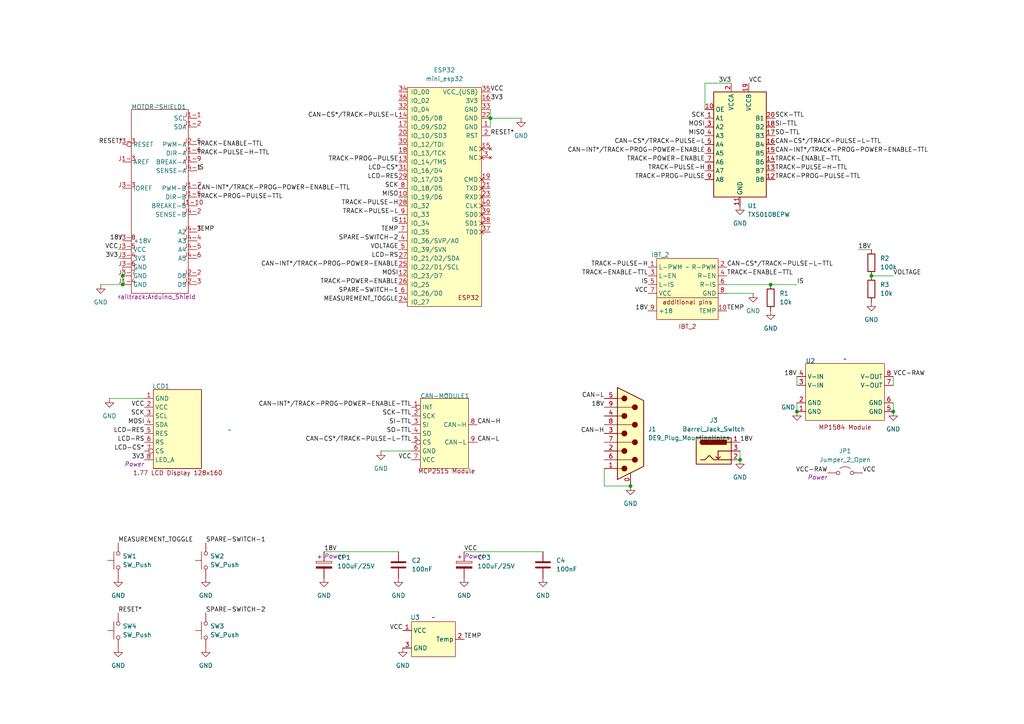
<source format=kicad_sch>
(kicad_sch (version 20231120) (generator "eeschema") (generator_version "8.0")
  (paper "A4")
  (title_block (title "TrackController") (date "2024-05-07") (rev "B") (comment 1 "Complete Schematics") (comment 2 "Design by Gerard Harkema"))
  (lib_symbols
    (symbol "Connector:Barrel_Jack_Switch" (pin_names hide)
      (property "Reference" "J" (at 0 5.334 0))
      (property "Value" "Barrel_Jack_Switch" (at 0 -5.08 0))
      (symbol "Barrel_Jack_Switch_0_1"
        (rectangle (start -5.08 3.81) (end 5.08 -3.81) (stroke (width 0.254)) (fill (type background)))
        (arc (start -3.302 3.175) (mid -3.9343 2.54) (end -3.302 1.905) (stroke (width 0.254)))
        (arc (start -3.302 3.175) (mid -3.9343 2.54) (end -3.302 1.905) (stroke (width 0.254)) (fill (type outline)))
        (polyline (pts (xy 1.27 -2.286) (xy 1.905 -1.651)) (stroke (width 0.254)))
        (polyline (pts (xy 5.08 2.54) (xy 3.81 2.54)) (stroke (width 0.254)))
        (polyline (pts (xy 5.08 0) (xy 1.27 0) (xy 1.27 -2.286) (xy 0.635 -1.651)) (stroke (width 0.254)))
        (polyline (pts (xy -3.81 -2.54) (xy -2.54 -2.54) (xy -1.27 -1.27) (xy 0 -2.54) (xy 2.54 -2.54) (xy 5.08 -2.54)) (stroke (width 0.254)))
        (rectangle (start 3.683 3.175) (end -3.302 1.905) (stroke (width 0.254)) (fill (type outline)))
      )
      (symbol "Barrel_Jack_Switch_1_1"
        (pin passive line (at 7.62 2.54 180) (length 2.54) (name "~") (number "1"))
        (pin passive line (at 7.62 -2.54 180) (length 2.54) (name "~") (number "2"))
        (pin passive line (at 7.62 0 180) (length 2.54) (name "~") (number "3"))
      )
    )
    (symbol "Connector:DE9_Plug_MountingHoles" (pin_names (offset 1.016) hide)
      (property "Reference" "J" (at 0 16.51 0))
      (property "Value" "DE9_Plug_MountingHoles" (at 0 14.605 0))
      (symbol "DE9_Plug_MountingHoles_0_1"
        (circle (center -1.778 -10.16) (radius 0.762) (fill (type outline)))
        (circle (center -1.778 -5.08) (radius 0.762) (fill (type outline)))
        (circle (center -1.778 0) (radius 0.762) (fill (type outline)))
        (circle (center -1.778 5.08) (radius 0.762) (fill (type outline)))
        (circle (center -1.778 10.16) (radius 0.762) (fill (type outline)))
        (polyline (pts (xy -3.81 -10.16) (xy -2.54 -10.16)))
        (polyline (pts (xy -3.81 -7.62) (xy 0.508 -7.62)))
        (polyline (pts (xy -3.81 -5.08) (xy -2.54 -5.08)))
        (polyline (pts (xy -3.81 -2.54) (xy 0.508 -2.54)))
        (polyline (pts (xy -3.81 0) (xy -2.54 0)))
        (polyline (pts (xy -3.81 2.54) (xy 0.508 2.54)))
        (polyline (pts (xy -3.81 5.08) (xy -2.54 5.08)))
        (polyline (pts (xy -3.81 7.62) (xy 0.508 7.62)))
        (polyline (pts (xy -3.81 10.16) (xy -2.54 10.16)))
        (polyline (pts (xy -3.81 -13.335) (xy -3.81 13.335) (xy 3.81 9.525) (xy 3.81 -9.525) (xy -3.81 -13.335)) (stroke (width 0.254)) (fill (type background)))
        (circle (center 1.27 -7.62) (radius 0.762) (fill (type outline)))
        (circle (center 1.27 -2.54) (radius 0.762) (fill (type outline)))
        (circle (center 1.27 2.54) (radius 0.762) (fill (type outline)))
        (circle (center 1.27 7.62) (radius 0.762) (fill (type outline)))
      )
      (symbol "DE9_Plug_MountingHoles_1_1"
        (pin passive line (at 0 -15.24 90) (length 3.81) (name "PAD") (number "0"))
        (pin passive line (at -7.62 -10.16 0) (length 3.81) (name "1") (number "1"))
        (pin passive line (at -7.62 -5.08 0) (length 3.81) (name "2") (number "2"))
        (pin passive line (at -7.62 0 0) (length 3.81) (name "3") (number "3"))
        (pin passive line (at -7.62 5.08 0) (length 3.81) (name "4") (number "4"))
        (pin passive line (at -7.62 10.16 0) (length 3.81) (name "5") (number "5"))
        (pin passive line (at -7.62 -7.62 0) (length 3.81) (name "6") (number "6"))
        (pin passive line (at -7.62 -2.54 0) (length 3.81) (name "7") (number "7"))
        (pin passive line (at -7.62 2.54 0) (length 3.81) (name "8") (number "8"))
        (pin passive line (at -7.62 7.62 0) (length 3.81) (name "9") (number "9"))
      )
    )
    (symbol "Device:C" (pin_numbers hide) (pin_names (offset 0.254))
      (property "Reference" "C" (at 0.635 2.54 0))
      (property "Value" "C" (at 0.635 -2.54 0))
      (symbol "C_0_1"
        (polyline (pts (xy -2.032 -0.762) (xy 2.032 -0.762)) (stroke (width 0.508)))
        (polyline (pts (xy -2.032 0.762) (xy 2.032 0.762)) (stroke (width 0.508)))
      )
      (symbol "C_1_1"
        (pin passive line (at 0 3.81 270) (length 2.794) (name "~") (number "1"))
        (pin passive line (at 0 -3.81 90) (length 2.794) (name "~") (number "2"))
      )
    )
    (symbol "Device:C_Polarized" (pin_numbers hide) (pin_names (offset 0.254))
      (property "Reference" "C" (at 0.635 2.54 0))
      (property "Value" "C_Polarized" (at 0.635 -2.54 0))
      (symbol "C_Polarized_0_1"
        (rectangle (start -2.286 0.508) (end 2.286 1.016))
        (polyline (pts (xy -1.778 2.286) (xy -0.762 2.286)))
        (polyline (pts (xy -1.27 2.794) (xy -1.27 1.778)))
        (rectangle (start 2.286 -0.508) (end -2.286 -1.016) (fill (type outline)))
      )
      (symbol "C_Polarized_1_1"
        (pin passive line (at 0 3.81 270) (length 2.794) (name "~") (number "1"))
        (pin passive line (at 0 -3.81 90) (length 2.794) (name "~") (number "2"))
      )
    )
    (symbol "Device:R" (pin_numbers hide) (pin_names (offset 0))
      (property "Reference" "R" (at 2.032 0 90))
      (property "Value" "R" (at 0 0 90))
      (symbol "R_0_1"
        (rectangle (start -1.016 -2.54) (end 1.016 2.54) (stroke (width 0.254)))
      )
      (symbol "R_1_1"
        (pin passive line (at 0 3.81 270) (length 1.27) (name "~") (number "1"))
        (pin passive line (at 0 -3.81 90) (length 1.27) (name "~") (number "2"))
      )
    )
    (symbol "ESP32_mini:mini_esp32" (pin_names (offset 1.016))
      (property "Reference" "U" (at -7.62 -50.8 0))
      (property "Value" "mini_esp32" (at 5.08 -59.69 0))
      (symbol "mini_esp32_0_0"
        (text "ESP32" (at 7.62 -62.23 0) (effects (font (size 1.27 1.27))))
        (pin power_in line (at 13.97 -12.7 180) (length 2.54) (name "GND") (number "1"))
        (pin input line (at 13.97 -15.24 180) (length 2.54) (name "RST") (number "2"))
        (pin no_connect non_logic (at 13.97 -21.59 180) (length 2.54) (name "NC") (number "3"))
        (pin bidirectional line (at -12.7 -45.72 0) (length 2.54) (name "IO_36/SVP/A0") (number "4"))
        (pin bidirectional line (at -12.7 -48.26 0) (length 2.54) (name "IO_39/SVN") (number "5"))
      )
      (symbol "mini_esp32_0_1"
        (rectangle (start -10.16 -1.27) (end 11.43 -64.77) (fill (type background)))
      )
      (symbol "mini_esp32_1_1"
        (pin bidirectional line (at -12.7 -33.02 0) (length 2.54) (name "IO_19/D6") (number "10"))
        (pin bidirectional line (at -12.7 -40.64 0) (length 2.54) (name "IO_34") (number "11"))
        (pin bidirectional line (at -12.7 -55.88 0) (length 2.54) (name "IO_23/D7") (number "12"))
        (pin bidirectional line (at -12.7 -22.86 0) (length 2.54) (name "IO_14/TMS") (number "13"))
        (pin bidirectional line (at -12.7 -10.16 0) (length 2.54) (name "IO_05/D8") (number "14"))
        (pin no_connect non_logic (at 13.97 -19.05 180) (length 2.54) (name "NC") (number "15"))
        (pin power_in line (at 13.97 -5.08 180) (length 2.54) (name "3V3") (number "16"))
        (pin bidirectional line (at -12.7 -12.7 0) (length 2.54) (name "IO_09/SD2") (number "17"))
        (pin bidirectional line (at -12.7 -20.32 0) (length 2.54) (name "IO_13/TCK") (number "18"))
        (pin passive non_logic (at 13.97 -27.94 180) (length 2.54) (name "CMD") (number "19"))
        (pin bidirectional line (at -12.7 -15.24 0) (length 2.54) (name "IO_10/SD3") (number "20"))
        (pin passive non_logic (at 13.97 -30.48 180) (length 2.54) (name "TXD") (number "21"))
        (pin power_in line (at 13.97 -10.16 180) (length 2.54) (name "GND") (number "22"))
        (pin passive non_logic (at 13.97 -33.02 180) (length 2.54) (name "RXD") (number "23"))
        (pin bidirectional line (at -12.7 -63.5 0) (length 2.54) (name "IO_27") (number "24"))
        (pin bidirectional line (at -12.7 -53.34 0) (length 2.54) (name "IO_22/D1/SCL") (number "25"))
        (pin bidirectional line (at -12.7 -58.42 0) (length 2.54) (name "IO_25") (number "26"))
        (pin bidirectional line (at -12.7 -50.8 0) (length 2.54) (name "IO_21/D2/SDA") (number "27"))
        (pin bidirectional line (at -12.7 -35.56 0) (length 2.54) (name "IO_32") (number "28"))
        (pin bidirectional line (at -12.7 -27.94 0) (length 2.54) (name "IO_17/D3") (number "29"))
        (pin bidirectional line (at -12.7 -17.78 0) (length 2.54) (name "IO_12/TDI") (number "30"))
        (pin bidirectional line (at -12.7 -25.4 0) (length 2.54) (name "IO_16/D4") (number "31"))
        (pin bidirectional line (at -12.7 -7.62 0) (length 2.54) (name "IO_04") (number "32"))
        (pin power_in line (at 13.97 -7.62 180) (length 2.54) (name "GND") (number "33"))
        (pin bidirectional line (at -12.7 -2.54 0) (length 2.54) (name "IO_00") (number "34"))
        (pin power_in line (at 13.97 -2.54 180) (length 2.54) (name "VCC_(USB)") (number "35"))
        (pin bidirectional line (at -12.7 -5.08 0) (length 2.54) (name "IO_02") (number "36"))
        (pin passive non_logic (at 13.97 -43.18 180) (length 2.54) (name "TD0") (number "37"))
        (pin passive non_logic (at 13.97 -40.64 180) (length 2.54) (name "SD1") (number "38"))
        (pin passive non_logic (at 13.97 -38.1 180) (length 2.54) (name "SD0") (number "39"))
        (pin passive non_logic (at 13.97 -35.56 180) (length 2.54) (name "CLK") (number "40"))
        (pin bidirectional line (at -12.7 -60.96 0) (length 2.54) (name "IO_26/D0") (number "6"))
        (pin bidirectional line (at -12.7 -43.18 0) (length 2.54) (name "IO_35") (number "7"))
        (pin bidirectional line (at -12.7 -30.48 0) (length 2.54) (name "IO_18/D5") (number "8"))
        (pin bidirectional line (at -12.7 -38.1 0) (length 2.54) (name "IO_33") (number "9"))
      )
    )
    (symbol "Jumper:Jumper_2_Open" (pin_numbers hide) (pin_names (offset 0) hide) (exclude_from_sim yes)
      (property "Reference" "JP" (at 0 2.794 0))
      (property "Value" "Jumper_2_Open" (at 0 -2.286 0))
      (symbol "Jumper_2_Open_0_0"
        (circle (center -2.032 0) (radius 0.508))
        (circle (center 2.032 0) (radius 0.508))
      )
      (symbol "Jumper_2_Open_0_1"
        (arc (start 1.524 1.27) (mid 0 1.778) (end -1.524 1.27))
      )
      (symbol "Jumper_2_Open_1_1"
        (pin passive line (at -5.08 0 0) (length 2.54) (name "A") (number "1"))
        (pin passive line (at 5.08 0 180) (length 2.54) (name "B") (number "2"))
      )
    )
    (symbol "Logic_LevelTranslator:TXS0108EPW"
      (property "Reference" "U" (at -6.35 16.51 0))
      (property "Value" "TXS0108EPW" (at 3.81 16.51 0))
      (symbol "TXS0108EPW_0_1"
        (rectangle (start -7.62 15.24) (end 7.62 -15.24) (stroke (width 0.254)) (fill (type background)))
      )
      (symbol "TXS0108EPW_1_1"
        (pin bidirectional line (at -10.16 7.62 0) (length 2.54) (name "A1") (number "1"))
        (pin input line (at -10.16 10.16 0) (length 2.54) (name "OE") (number "10"))
        (pin power_in line (at 0 -17.78 90) (length 2.54) (name "GND") (number "11"))
        (pin bidirectional line (at 10.16 -10.16 180) (length 2.54) (name "B8") (number "12"))
        (pin bidirectional line (at 10.16 -7.62 180) (length 2.54) (name "B7") (number "13"))
        (pin bidirectional line (at 10.16 -5.08 180) (length 2.54) (name "B6") (number "14"))
        (pin bidirectional line (at 10.16 -2.54 180) (length 2.54) (name "B5") (number "15"))
        (pin bidirectional line (at 10.16 0 180) (length 2.54) (name "B4") (number "16"))
        (pin bidirectional line (at 10.16 2.54 180) (length 2.54) (name "B3") (number "17"))
        (pin bidirectional line (at 10.16 5.08 180) (length 2.54) (name "B2") (number "18"))
        (pin power_in line (at 2.54 17.78 270) (length 2.54) (name "VCCB") (number "19"))
        (pin power_in line (at -2.54 17.78 270) (length 2.54) (name "VCCA") (number "2"))
        (pin bidirectional line (at 10.16 7.62 180) (length 2.54) (name "B1") (number "20"))
        (pin bidirectional line (at -10.16 5.08 0) (length 2.54) (name "A2") (number "3"))
        (pin bidirectional line (at -10.16 2.54 0) (length 2.54) (name "A3") (number "4"))
        (pin bidirectional line (at -10.16 0 0) (length 2.54) (name "A4") (number "5"))
        (pin bidirectional line (at -10.16 -2.54 0) (length 2.54) (name "A5") (number "6"))
        (pin bidirectional line (at -10.16 -5.08 0) (length 2.54) (name "A6") (number "7"))
        (pin bidirectional line (at -10.16 -7.62 0) (length 2.54) (name "A7") (number "8"))
        (pin bidirectional line (at -10.16 -10.16 0) (length 2.54) (name "A8") (number "9"))
      )
    )
    (symbol "Switch:SW_Push" (pin_numbers hide) (pin_names (offset 1.016) hide)
      (property "Reference" "SW" (at 1.27 2.54 0))
      (property "Value" "SW_Push" (at 0 -1.524 0))
      (symbol "SW_Push_0_1"
        (circle (center -2.032 0) (radius 0.508))
        (polyline (pts (xy 0 1.27) (xy 0 3.048)))
        (polyline (pts (xy 2.54 1.27) (xy -2.54 1.27)))
        (circle (center 2.032 0) (radius 0.508))
        (pin passive line (at -5.08 0 0) (length 2.54) (name "1") (number "1"))
        (pin passive line (at 5.08 0 180) (length 2.54) (name "2") (number "2"))
      )
    )
    (symbol "power:GND" (power) (pin_numbers hide) (pin_names (offset 0) hide)
      (property "Value" "GND" (at 0 -3.81 0))
      (symbol "GND_0_1"
        (polyline (pts (xy 0 0) (xy 0 -1.27) (xy 1.27 -1.27) (xy 0 -2.54) (xy -1.27 -1.27) (xy 0 -1.27)))
      )
      (symbol "GND_1_1"
        (pin power_in line (at 0 0 270) (length 0) (name "~") (number "1"))
      )
    )
    (symbol "railtrack:1.77_LCD_Display"
      (property "Reference" "LCD1" (at -7.874 11.684 0))
      (property "Value" "~" (at 13.97 -0.2512 0))
      (symbol "1.77_LCD_Display_0_1"
        (rectangle (start -7.62 11.43) (end 6.35 -11.43) (fill (type background)))
        (polyline (pts (xy -7.62 11.43) (xy -7.62 -11.43) (xy 6.35 -11.43) (xy 6.35 11.43) (xy -7.62 11.43)))
      )
      (symbol "1.77_LCD_Display_1_1"
        (text "1.77 LCD Display 128x160" (at -0.508 -12.7 0) (effects (font (size 1.27 1.27))))
        (pin power_in line (at -10.16 8.89 0) (length 2.54) (name "GND") (number "1"))
        (pin power_in line (at -10.16 6.35 0) (length 2.54) (name "VCC") (number "2"))
        (pin input line (at -10.16 3.81 0) (length 2.54) (name "SCL") (number "3"))
        (pin input line (at -10.16 1.27 0) (length 2.54) (name "SDA") (number "4"))
        (pin input line (at -10.16 -1.27 0) (length 2.54) (name "RES") (number "5"))
        (pin input line (at -10.16 -3.81 0) (length 2.54) (name "RS") (number "6"))
        (pin input inverted (at -10.16 -6.35 0) (length 2.54) (name "CS") (number "7"))
        (pin input line (at -10.16 -8.89 0) (length 2.54) (name "LED_A") (number "8"))
      )
    )
    (symbol "railtrack:ARDUIN-MOTOR--SHIELD-REVB"
      (property "Reference" "U" (at -2.54 25.4 0))
      (symbol "ARDUIN-MOTOR--SHIELD-REVB_1_1"
        (text_box "" (at 13.97 -27.94 0) (size -16.51 53.34) (effects (font (size 1.27 1.27)) (justify left top)))
        (pin input line (at 16.51 22.86 180) (length 2.54) (name "SCL") (number "J1-1"))
        (pin input line (at 16.51 -2.54 180) (length 2.54) (name "BREAKE-B") (number "J1-10"))
        (pin bidirectional line (at 16.51 20.32 180) (length 2.54) (name "SDA") (number "J1-2"))
        (pin power_in line (at -5.08 10.16 0) (length 2.54) (name "AREF") (number "J1-3"))
        (pin power_in line (at -5.08 -25.4 0) (length 2.54) (name "GND") (number "J1-4"))
        (pin input line (at 16.51 0 180) (length 2.54) (name "DIR-B") (number "J1-5"))
        (pin input line (at 16.51 12.7 180) (length 2.54) (name "DIR-A") (number "J1-6"))
        (pin input line (at 16.51 2.54 180) (length 2.54) (name "PWM-B") (number "J1-7"))
        (pin input line (at 16.51 10.16 180) (length 2.54) (name "BREAK-A") (number "J1-9"))
        (pin bidirectional line (at 16.51 -22.86 180) (length 2.54) (name "D6") (number "J2-2"))
        (pin bidirectional line (at 16.51 -25.4 180) (length 2.54) (name "D5") (number "J2-3"))
        (pin input line (at 16.51 15.24 180) (length 2.54) (name "PWM-A") (number "J2-5"))
        (pin input line (at -5.08 2.54 0) (length 2.54) (name "IOREF") (number "J3-3"))
        (pin output inverted (at -5.08 15.24 0) (length 2.54) (name "RESET") (number "J3-3"))
        (pin power_in line (at -5.08 -17.78 0) (length 2.54) (name "3V3") (number "J3-4"))
        (pin power_in line (at -5.08 -15.24 0) (length 2.54) (name "VCC") (number "J3-5"))
        (pin power_in line (at -5.08 -20.32 0) (length 2.54) (name "GND") (number "J3-6"))
        (pin power_in line (at -5.08 -22.86 0) (length 2.54) (name "GND") (number "J3-7"))
        (pin power_out line (at -5.08 -12.7 0) (length 2.54) (name "+18V") (number "J3-8"))
        (pin output line (at 16.51 7.62 180) (length 2.54) (name "SENSE-A") (number "J4-1"))
        (pin output line (at 16.51 -5.08 180) (length 2.54) (name "SENSE-B") (number "J4-2"))
        (pin output line (at 16.51 -10.16 180) (length 2.54) (name "A2") (number "J4-3"))
        (pin output line (at 16.51 -12.7 180) (length 2.54) (name "A3") (number "J4-4"))
        (pin output line (at 16.51 -15.24 180) (length 2.54) (name "A4") (number "J4-5"))
        (pin output line (at 16.51 -17.78 180) (length 2.54) (name "A5") (number "J4-6"))
      )
    )
    (symbol "railtrack:IBT_2"
      (property "Reference" "IBT_2" (at -7.874 8.636 0))
      (property "Value" "~" (at 0 5.08 0))
      (symbol "IBT_2_0_1"
        (rectangle (start -8.89 7.62) (end 8.89 -10.16) (fill (type background)))
        (polyline (pts (xy -8.89 -3.81) (xy 8.89 -3.81)))
      )
      (symbol "IBT_2_1_1"
        (text "additional pins" (at 0 -5.08 0) (effects (font (size 1.27 1.27))))
        (text "IBT_2" (at 0 -11.43 0) (effects (font (size 1.27 1.27)) (justify top)))
        (pin input line (at -11.43 5.08 0) (length 2.54) (name "L-PWM") (number "1"))
        (pin power_out line (at 11.43 -7.62 180) (length 2.54) (name "TEMP") (number "10"))
        (pin input line (at 11.43 5.08 180) (length 2.54) (name "R-PWM") (number "2"))
        (pin input line (at -11.43 2.54 0) (length 2.54) (name "L-EN") (number "3"))
        (pin input line (at 11.43 2.54 180) (length 2.54) (name "R-EN") (number "4"))
        (pin output line (at -11.43 0 0) (length 2.54) (name "L-IS") (number "5"))
        (pin output line (at 11.43 0 180) (length 2.54) (name "R-IS") (number "6"))
        (pin power_out line (at -11.43 -2.54 0) (length 2.54) (name "VCC") (number "7"))
        (pin power_in line (at 11.43 -2.54 180) (length 2.54) (name "GND") (number "8"))
        (pin power_out line (at -11.43 -7.62 0) (length 2.54) (name "+18") (number "9"))
      )
    )
    (symbol "railtrack:MCP2515_Module"
      (property "Reference" "U3" (at -7.62 5.08 0))
      (property "Value" "~" (at 0 6.35 0))
      (symbol "MCP2515_Module_0_1"
        (polyline (pts (xy -7.62 5.08) (xy -7.62 -15.24) (xy 6.35 -15.24) (xy 6.35 5.08) (xy -7.62 5.08)) (fill (type background)))
      )
      (symbol "MCP2515_Module_1_1"
        (text "MCP2515 Module" (at 0 -15.24 0) (effects (font (size 1.27 1.27)) (justify top)))
        (pin output inverted (at -10.16 2.54 0) (length 2.54) (name "INT") (number "1"))
        (pin input line (at -10.16 0 0) (length 2.54) (name "SCK") (number "2"))
        (pin input line (at -10.16 -2.54 0) (length 2.54) (name "SI") (number "3"))
        (pin output line (at -10.16 -5.08 0) (length 2.54) (name "SO") (number "4"))
        (pin input inverted (at -10.16 -7.62 0) (length 2.54) (name "CS") (number "5"))
        (pin input line (at -10.16 -10.16 0) (length 2.54) (name "GND") (number "6"))
        (pin input line (at -10.16 -12.7 0) (length 2.54) (name "VCC") (number "7"))
        (pin bidirectional line (at 8.89 -2.54 180) (length 2.54) (name "CAN-H") (number "8"))
        (pin bidirectional line (at 8.89 -7.62 180) (length 2.54) (name "CAN-L") (number "9"))
      )
    )
    (symbol "railtrack:MP1585_module"
      (property "Reference" "U4" (at -11.43 8.89 0))
      (property "Value" "~" (at 0 10.16 0))
      (symbol "MP1585_module_0_1"
        (rectangle (start -11.43 8.89) (end 11.43 -7.62) (fill (type background)))
      )
      (symbol "MP1585_module_1_1"
        (text "MP1584 Module" (at 0 -8.89 0) (effects (font (size 1.27 1.27)) (justify top)))
        (pin power_in line (at -13.97 -5.08 0) (length 2.54) (name "GND") (number "1"))
        (pin power_in line (at -13.97 -2.54 0) (length 2.54) (name "GND") (number "2"))
        (pin power_in line (at -13.97 2.54 0) (length 2.54) (name "V-IN") (number "3"))
        (pin power_in line (at -13.97 5.08 0) (length 2.54) (name "V-IN") (number "4"))
        (pin power_out line (at 13.97 -5.08 180) (length 2.54) (name "GND") (number "5"))
        (pin power_out line (at 13.97 -2.54 180) (length 2.54) (name "GND") (number "6"))
        (pin power_out line (at 13.97 2.54 180) (length 2.54) (name "V-OUT") (number "7"))
        (pin power_in line (at 13.97 5.08 180) (length 2.54) (name "V-OUT") (number "8"))
      )
    )
    (symbol "railtrack:TMP36"
      (property "Reference" "U" (at -6.35 5.08 0))
      (symbol "TMP36_0_1"
        (rectangle (start -6.35 5.08) (end 6.35 -5.08) (fill (type background)))
      )
      (symbol "TMP36_1_1"
        (pin power_in line (at -8.89 2.54 0) (length 2.54) (name "VCC") (number "1"))
        (pin power_in line (at 8.89 0 180) (length 2.54) (name "Temp") (number "2"))
        (pin power_in line (at -8.89 -2.54 0) (length 2.54) (name "GND") (number "3"))
      )
    )
  )
  (junction (at 259.08 119.38))
  (junction (at 223.52 82.55))
  (junction (at 214.63 133.35))
  (junction (at 252.73 80.01))
  (junction (at 142.24 34.29))
  (junction (at 231.14 119.38))
  (junction (at 182.88 140.97))
  (junction (at 35.56 82.55))
  (junction (at 35.56 80.01))
  (wire (pts (xy 110.49 130.81) (xy 119.38 130.81)))
  (wire (pts (xy 93.98 160.02) (xy 115.57 160.02)))
  (wire (pts (xy 223.52 82.55) (xy 210.82 82.55)))
  (wire (pts (xy 259.08 109.22) (xy 259.08 111.76)))
  (wire (pts (xy 231.14 82.55) (xy 223.52 82.55)))
  (wire (pts (xy 142.24 34.29) (xy 151.13 34.29)))
  (wire (pts (xy 134.62 160.02) (xy 157.48 160.02)))
  (wire (pts (xy 231.14 109.22) (xy 231.14 111.76)))
  (wire (pts (xy 29.21 82.55) (xy 35.56 82.55)))
  (wire (pts (xy 34.29 74.93) (xy 35.56 74.93)))
  (wire (pts (xy 204.47 31.75) (xy 204.47 24.13)))
  (wire (pts (xy 34.29 72.39) (xy 35.56 72.39)))
  (wire (pts (xy 142.24 34.29) (xy 142.24 36.83)))
  (wire (pts (xy 231.14 116.84) (xy 231.14 119.38)))
  (wire (pts (xy 31.75 115.57) (xy 41.91 115.57)))
  (wire (pts (xy 259.08 80.01) (xy 252.73 80.01)))
  (wire (pts (xy 210.82 85.09) (xy 218.44 85.09)))
  (wire (pts (xy 35.56 77.47) (xy 35.56 80.01)))
  (wire (pts (xy 204.47 24.13) (xy 212.09 24.13)))
  (wire (pts (xy 248.92 72.39) (xy 252.73 72.39)))
  (wire (pts (xy 175.26 135.89) (xy 175.26 140.97)))
  (wire (pts (xy 175.26 140.97) (xy 182.88 140.97)))
  (wire (pts (xy 259.08 116.84) (xy 259.08 119.38)))
  (wire (pts (xy 214.63 130.81) (xy 214.63 133.35)))
  (wire (pts (xy 35.56 80.01) (xy 35.56 82.55)))
  (wire (pts (xy 142.24 31.75) (xy 142.24 34.29)))
  (label "MISO" (at 204.47 39.37 180))
  (label "SO-TTL" (at 119.38 125.73 180))
  (label "TRACK-PULSE-H" (at 204.47 49.53 180))
  (label "18V" (at 187.96 90.17 180))
  (label "3V3" (at 34.29 74.93 180))
  (label "18V" (at 231.14 109.22 180))
  (label "3V3" (at 142.24 29.21 0))
  (label "SCK" (at 204.47 34.29 180))
  (label "CAN-CS*{slash}TRACK-PULSE-L-TTL" (at 210.82 77.47 0))
  (label "SO-TTL" (at 224.79 39.37 0))
  (label "LCD-RS" (at 41.91 128.27 180))
  (label "18V" (at 175.26 118.11 180))
  (label "TEMP" (at 210.82 90.17 0))
  (label "3V3" (at 212.09 24.13 180))
  (label "CAN-INT*{slash}TRACK-PROG-POWER-ENABLE-TTL" (at 119.38 118.11 180))
  (label "TRACK-ENABLE-TTL" (at 210.82 80.01 0))
  (label "TEMP" (at 134.62 185.42 0))
  (label "VCC" (at 187.96 85.09 180))
  (label "VCC" (at 134.62 160.02 0) (property "Netclass" "Power" (at 134.62 161.29 0) (effects (font (italic yes)) (justify left))))
  (label "IS" (at 115.57 64.77 180))
  (label "VCC" (at 116.84 182.88 180))
  (label "CAN-INT*{slash}TRACK-PROG-POWER-ENABLE-TTL" (at 224.79 44.45 0))
  (label "VCC" (at 119.38 133.35 180))
  (label "VCC-RAW" (at 259.08 109.22 0))
  (label "CAN-CS*{slash}TRACK-PULSE-L-TTL" (at 224.79 41.91 0))
  (label "3V3" (at 41.91 133.35 180) (property "Netclass" "Power" (at 41.91 134.62 0) (effects (font (italic yes)) (justify right))))
  (label "IS" (at 57.15 49.53 0))
  (label "TRACK-ENABLE-TTL" (at 187.96 80.01 180))
  (label "VOLTAGE" (at 115.57 72.39 180))
  (label "SCK" (at 41.91 120.65 180))
  (label "LCD-RES" (at 115.57 52.07 180))
  (label "LCD-RS" (at 115.57 74.93 180))
  (label "LCD-CS*" (at 41.91 130.81 180))
  (label "SPARE-SWITCH-1" (at 59.69 157.48 0))
  (label "VCC-RAW" (at 240.03 137.16 180) (property "Netclass" "Power" (at 240.03 138.43 0) (effects (font (italic yes)) (justify right))))
  (label "RESET*" (at 142.24 39.37 0))
  (label "SCK-TTL" (at 224.79 34.29 0))
  (label "RESET*" (at 35.56 41.91 180))
  (label "CAN-CS*{slash}TRACK-PULSE-L" (at 204.47 41.91 180))
  (label "TRACK-PULSE-H" (at 115.57 59.69 180))
  (label "SCK" (at 115.57 54.61 180))
  (label "TRACK-POWER-ENABLE" (at 115.57 82.55 180))
  (label "SI-TTL" (at 224.79 36.83 0))
  (label "MISO" (at 115.57 57.15 180))
  (label "CAN-INT*{slash}TRACK-PROG-POWER-ENABLE" (at 115.57 77.47 180))
  (label "18V" (at 214.63 128.27 0))
  (label "TRACK-ENABLE-TTL" (at 224.79 46.99 0))
  (label "TRACK-ENABLE-TTL" (at 57.15 41.91 0))
  (label "MOSI" (at 115.57 80.01 180))
  (label "CAN-INT*{slash}TRACK-PROG-POWER-ENABLE-TTL" (at 57.15 54.61 0))
  (label "LCD-CS*" (at 115.57 49.53 180))
  (label "TEMP" (at 115.57 67.31 180))
  (label "18V" (at 35.56 69.85 180))
  (label "TEMP" (at 57.15 67.31 0))
  (label "MEASUREMENT_TOGGLE" (at 34.29 157.48 0))
  (label "CAN-H" (at 138.43 123.19 0))
  (label "TRACK-PULSE-L" (at 115.57 62.23 180))
  (label "TRACK-PROG-PULSE-TTL" (at 57.15 57.15 0))
  (label "RESET*" (at 34.29 177.8 0))
  (label "TRACK-PULSE-H-TTL" (at 57.15 44.45 0))
  (label "TRACK-PROG-PULSE" (at 204.47 52.07 180))
  (label "CAN-CS*{slash}TRACK-PULSE-L" (at 115.57 34.29 180))
  (label "TRACK-PROG-PULSE" (at 115.57 46.99 180))
  (label "IS" (at 187.96 82.55 180))
  (label "CAN-L" (at 175.26 115.57 180))
  (label "VCC" (at 41.91 118.11 180))
  (label "SPARE-SWITCH-2" (at 59.69 177.8 0))
  (label "TRACK-PROG-PULSE-TTL" (at 224.79 52.07 0))
  (label "SCK-TTL" (at 119.38 120.65 180))
  (label "MEASUREMENT_TOGGLE" (at 115.57 87.63 180))
  (label "VCC" (at 217.17 24.13 0))
  (label "MOSI" (at 204.47 36.83 180))
  (label "TRACK-PULSE-H" (at 187.96 77.47 180))
  (label "LCD-RES" (at 41.91 125.73 180))
  (label "SPARE-SWITCH-1" (at 115.57 85.09 180))
  (label "SPARE-SWITCH-2" (at 115.57 69.85 180))
  (label "MOSI" (at 41.91 123.19 180))
  (label "VOLTAGE" (at 259.08 80.01 0))
  (label "SI-TTL" (at 119.38 123.19 180))
  (label "TRACK-POWER-ENABLE" (at 204.47 46.99 180))
  (label "CAN-CS*{slash}TRACK-PULSE-L-TTL" (at 119.38 128.27 180))
  (label "VCC" (at 142.24 26.67 0))
  (label "CAN-INT*{slash}TRACK-PROG-POWER-ENABLE" (at 204.47 44.45 180))
  (label "CAN-L" (at 138.43 128.27 0))
  (label "18V" (at 248.92 72.39 0))
  (label "CAN-H" (at 175.26 125.73 180))
  (label "IS" (at 231.14 82.55 0))
  (label "18V" (at 93.98 160.02 0) (property "Netclass" "Power" (at 93.98 161.29 0) (effects (font (italic yes)) (justify left))))
  (label "VCC" (at 34.29 72.39 180))
  (label "VCC" (at 250.19 137.16 0))
  (label "TRACK-PULSE-H-TTL" (at 224.79 49.53 0))
  (symbol (lib_id "power:GND") (at 157.48 167.64 0) (unit 1)
    (property "Reference" "#PWR018" (effects (hide yes)))
    (property "Value" "GND" (at 157.48 172.72 0))
    (property "Description" "Power symbol creates a global label with name \"GND\" , ground" (effects (hide yes)))
  )
  (symbol (lib_id "Switch:SW_Push") (at 59.69 182.88 90) (unit 1)
    (property "Reference" "SW3" (at 60.96 181.6099 90) (effects (justify right)))
    (property "Value" "SW_Push" (at 60.96 184.1499 90) (effects (justify right)))
    (property "Footprint" "Button_Switch_THT:SW_PUSH_6mm" (effects (hide yes)))
    (property "Description" "Push button switch, generic, two pins" (effects (hide yes)))
  )
  (symbol (lib_id "power:GND") (at 259.08 119.38 0) (unit 1)
    (property "Reference" "#PWR02" (effects (hide yes)))
    (property "Value" "GND" (at 259.08 124.46 0))
    (property "Description" "Power symbol creates a global label with name \"GND\" , ground" (effects (hide yes)))
  )
  (symbol (lib_id "Device:C_Polarized") (at 134.62 163.83 0) (unit 1)
    (property "Reference" "CP3" (at 138.43 161.6709 0) (effects (justify left)))
    (property "Value" "100uF/25V" (at 138.43 164.2109 0) (effects (justify left)))
    (property "Footprint" "Capacitor_THT:CP_Radial_D8.0mm_P5.00mm" (effects (hide yes)))
    (property "Description" "Polarized capacitor" (effects (hide yes)))
  )
  (symbol (lib_id "power:GND") (at 110.49 130.81 0) (unit 1)
    (property "Reference" "#PWR03" (effects (hide yes)))
    (property "Value" "GND" (at 110.49 135.89 0))
    (property "Description" "Power symbol creates a global label with name \"GND\" , ground" (effects (hide yes)))
  )
  (symbol (lib_id "Connector:Barrel_Jack_Switch") (at 207.01 130.81 0) (unit 1)
    (property "Reference" "J3" (at 207.01 121.92 0))
    (property "Value" "Barrel_Jack_Switch" (at 207.01 124.46 0))
    (property "Footprint" "Connector_BarrelJack:BarrelJack_GCT_DCJ200-10-A_Horizontal" (effects (hide yes)))
    (property "Description" "DC Barrel Jack with an internal switch" (effects (hide yes)))
  )
  (symbol (lib_id "power:GND") (at 116.84 187.96 0) (unit 1)
    (property "Reference" "#PWR021" (effects (hide yes)))
    (property "Value" "GND" (at 116.84 193.04 0))
    (property "Description" "Power symbol creates a global label with name \"GND\" , ground" (effects (hide yes)))
  )
  (symbol (lib_id "railtrack:IBT_2") (at 199.39 82.55 0) (unit 1)
    (property "Reference" "IBT_2" (at 191.516 73.914 0))
    (property "Value" "~" (at 199.39 77.47 0))
    (property "Footprint" "railtrack:IBT_2" (effects (hide yes)))
  )
  (symbol (lib_id "Device:R") (at 223.52 86.36 0) (unit 1)
    (property "Reference" "R1" (at 226.06 85.0899 0) (effects (justify left)))
    (property "Value" "10k" (at 226.06 87.6299 0) (effects (justify left)))
    (property "Footprint" "Resistor_THT:R_Axial_DIN0207_L6.3mm_D2.5mm_P7.62mm_Horizontal" (effects (hide yes)))
    (property "Description" "Resistor" (effects (hide yes)))
  )
  (symbol (lib_id "power:GND") (at 252.73 87.63 0) (unit 1)
    (property "Reference" "#PWR014" (effects (hide yes)))
    (property "Value" "GND" (at 252.73 92.71 0))
    (property "Description" "Power symbol creates a global label with name \"GND\" , ground" (effects (hide yes)))
  )
  (symbol (lib_id "Device:C_Polarized") (at 93.98 163.83 0) (unit 1)
    (property "Reference" "CP1" (at 97.79 161.6709 0) (effects (justify left)))
    (property "Value" "100uF/25V" (at 97.79 164.2109 0) (effects (justify left)))
    (property "Footprint" "Capacitor_THT:CP_Radial_D8.0mm_P5.00mm" (effects (hide yes)))
    (property "Description" "Polarized capacitor" (effects (hide yes)))
  )
  (symbol (lib_id "railtrack:MCP2515_Module") (at 129.54 120.65 0) (unit 1)
    (property "Reference" "CAN-MODULE1" (at 121.92 115.57 0) (effects (justify left bottom)))
    (property "Value" "~" (at 129.54 114.3 0))
    (property "Footprint" "railtrack:MCP2515 Module" (effects (hide yes)))
  )
  (symbol (lib_id "Switch:SW_Push") (at 34.29 162.56 90) (unit 1)
    (property "Reference" "SW1" (at 35.56 161.2899 90) (effects (justify right)))
    (property "Value" "SW_Push" (at 35.56 163.8299 90) (effects (justify right)))
    (property "Footprint" "Button_Switch_THT:SW_PUSH_6mm" (effects (hide yes)))
    (property "Description" "Push button switch, generic, two pins" (effects (hide yes)))
  )
  (symbol (lib_id "power:GND") (at 93.98 167.64 0) (unit 1)
    (property "Reference" "#PWR015" (effects (hide yes)))
    (property "Value" "GND" (at 93.98 172.72 0))
    (property "Description" "Power symbol creates a global label with name \"GND\" , ground" (effects (hide yes)))
  )
  (symbol (lib_id "power:GND") (at 223.52 90.17 0) (unit 1)
    (property "Reference" "#PWR013" (effects (hide yes)))
    (property "Value" "GND" (at 223.52 95.25 0))
    (property "Description" "Power symbol creates a global label with name \"GND\" , ground" (effects (hide yes)))
  )
  (symbol (lib_id "power:GND") (at 218.44 85.09 0) (unit 1)
    (property "Reference" "#PWR012" (effects (hide yes)))
    (property "Value" "GND" (at 218.44 90.17 0))
    (property "Description" "Power symbol creates a global label with name \"GND\" , ground" (effects (hide yes)))
  )
  (symbol (lib_id "Device:C") (at 157.48 163.83 0) (unit 1)
    (property "Reference" "C4" (at 161.29 162.5599 0) (effects (justify left)))
    (property "Value" "100nF" (at 161.29 165.0999 0) (effects (justify left)))
    (property "Footprint" "Capacitor_THT:C_Disc_D5.1mm_W3.2mm_P5.00mm" (effects (hide yes)))
    (property "Description" "Unpolarized capacitor" (effects (hide yes)))
  )
  (symbol (lib_id "Device:R") (at 252.73 76.2 0) (unit 1)
    (property "Reference" "R2" (at 255.27 74.9299 0) (effects (justify left)))
    (property "Value" "100k" (at 255.27 77.4699 0) (effects (justify left)))
    (property "Footprint" "Resistor_THT:R_Axial_DIN0207_L6.3mm_D2.5mm_P7.62mm_Horizontal" (effects (hide yes)))
    (property "Description" "Resistor" (effects (hide yes)))
  )
  (symbol (lib_id "power:GND") (at 214.63 133.35 0) (unit 1)
    (property "Reference" "#PWR011" (effects (hide yes)))
    (property "Value" "GND" (at 214.63 138.43 0))
    (property "Description" "Power symbol creates a global label with name \"GND\" , ground" (effects (hide yes)))
  )
  (symbol (lib_id "power:GND") (at 115.57 167.64 0) (unit 1)
    (property "Reference" "#PWR016" (effects (hide yes)))
    (property "Value" "GND" (at 115.57 172.72 0))
    (property "Description" "Power symbol creates a global label with name \"GND\" , ground" (effects (hide yes)))
  )
  (symbol (lib_id "railtrack:ARDUIN-MOTOR--SHIELD-REVB") (at 40.64 57.15 0) (unit 1)
    (property "Reference" "MOTOR-SHIELD1" (at 38.1 31.75 0) (effects (justify left bottom)))
    (property "Value" "~" (at 45.72 30.48 0))
    (property "Footprint" "railtrack:Arduino_Shield" (at 45.466 86.106 0))
  )
  (symbol (lib_id "railtrack:1.77_LCD_Display") (at 52.07 124.46 0) (unit 1)
    (property "Reference" "LCD1" (at 44.196 112.776 0) (effects (justify left bottom)))
    (property "Value" "~" (at 66.04 124.7112 0) (effects (justify left)))
    (property "Footprint" "railtrack:1.77 LCD Display 128x160" (effects (hide yes)))
  )
  (symbol (lib_id "power:GND") (at 182.88 140.97 0) (unit 1)
    (property "Reference" "#PWR08" (effects (hide yes)))
    (property "Value" "GND" (at 182.88 146.05 0))
    (property "Description" "Power symbol creates a global label with name \"GND\" , ground" (effects (hide yes)))
  )
  (symbol (lib_id "power:GND") (at 151.13 34.29 0) (unit 1)
    (property "Reference" "#PWR05" (effects (hide yes)))
    (property "Value" "GND" (at 151.13 39.37 0))
    (property "Description" "Power symbol creates a global label with name \"GND\" , ground" (effects (hide yes)))
  )
  (symbol (lib_id "Logic_LevelTranslator:TXS0108EPW") (at 214.63 41.91 0) (unit 1)
    (property "Reference" "U1" (at 216.8241 59.69 0) (effects (justify left)))
    (property "Value" "TXS0108EPW" (at 216.8241 62.23 0) (effects (justify left)))
    (property "Footprint" "my_footprints:Texas_TXS0108E_Level_Shifter_Module" (effects (hide yes)))
    (property "Datasheet" "www.ti.com/lit/ds/symlink/txs0108e.pdf" (effects (hide yes)))
    (property "Description" "Bidirectional  level-shifting voltage translator, TSSOP-20" (effects (hide yes)))
  )
  (symbol (lib_id "railtrack:TMP36") (at 125.73 185.42 0) (unit 1)
    (property "Reference" "U3" (at 120.396 179.07 0))
    (property "Value" "~" (at 125.73 179.07 0))
    (property "Footprint" "Package_TO_SOT_THT:TO-92" (effects (hide yes)))
  )
  (symbol (lib_id "Switch:SW_Push") (at 59.69 162.56 90) (unit 1)
    (property "Reference" "SW2" (at 60.96 161.2899 90) (effects (justify right)))
    (property "Value" "SW_Push" (at 60.96 163.8299 90) (effects (justify right)))
    (property "Footprint" "Button_Switch_THT:SW_PUSH_6mm" (effects (hide yes)))
    (property "Description" "Push button switch, generic, two pins" (effects (hide yes)))
  )
  (symbol (lib_id "Device:R") (at 252.73 83.82 0) (unit 1)
    (property "Reference" "R3" (at 255.27 82.5499 0) (effects (justify left)))
    (property "Value" "10k" (at 255.27 85.0899 0) (effects (justify left)))
    (property "Footprint" "Resistor_THT:R_Axial_DIN0207_L6.3mm_D2.5mm_P7.62mm_Horizontal" (effects (hide yes)))
    (property "Description" "Resistor" (effects (hide yes)))
  )
  (symbol (lib_id "power:GND") (at 214.63 59.69 0) (unit 1)
    (property "Reference" "#PWR06" (effects (hide yes)))
    (property "Value" "GND" (at 214.63 64.77 0))
    (property "Description" "Power symbol creates a global label with name \"GND\" , ground" (effects (hide yes)))
  )
  (symbol (lib_id "Device:C") (at 115.57 163.83 0) (unit 1)
    (property "Reference" "C2" (at 119.38 162.5599 0) (effects (justify left)))
    (property "Value" "100nF" (at 119.38 165.0999 0) (effects (justify left)))
    (property "Footprint" "Capacitor_THT:C_Disc_D5.1mm_W3.2mm_P5.00mm" (effects (hide yes)))
    (property "Description" "Unpolarized capacitor" (effects (hide yes)))
  )
  (symbol (lib_id "Jumper:Jumper_2_Open") (at 245.11 137.16 0) (unit 1) (exclude_from_sim yes)
    (property "Reference" "JP1" (at 245.11 130.81 0))
    (property "Value" "Jumper_2_Open" (at 245.11 133.35 0))
    (property "Footprint" "Connector_PinHeader_2.54mm:PinHeader_1x02_P2.54mm_Vertical" (effects (hide yes)))
    (property "Description" "Jumper, 2-pole, open" (effects (hide yes)))
  )
  (symbol (lib_id "power:GND") (at 134.62 167.64 0) (unit 1)
    (property "Reference" "#PWR017" (effects (hide yes)))
    (property "Value" "GND" (at 134.62 172.72 0))
    (property "Description" "Power symbol creates a global label with name \"GND\" , ground" (effects (hide yes)))
  )
  (symbol (lib_id "power:GND") (at 29.21 82.55 0) (unit 1)
    (property "Reference" "#PWR07" (effects (hide yes)))
    (property "Value" "GND" (at 29.21 87.63 0))
    (property "Description" "Power symbol creates a global label with name \"GND\" , ground" (effects (hide yes)))
  )
  (symbol (lib_id "railtrack:MP1585_module") (at 245.11 114.3 0) (unit 1)
    (property "Reference" "U2" (at 233.68 105.41 0) (effects (justify left bottom)))
    (property "Value" "~" (at 245.11 104.14 0))
    (property "Footprint" "railtrack:MP1484 Module" (effects (hide yes)))
  )
  (symbol (lib_id "power:GND") (at 231.14 119.38 0) (unit 1)
    (property "Reference" "#PWR01" (effects (hide yes)))
    (property "Value" "GND" (at 228.6 118.11 0))
    (property "Description" "Power symbol creates a global label with name \"GND\" , ground" (effects (hide yes)))
  )
  (symbol (lib_id "power:GND") (at 34.29 187.96 0) (unit 1)
    (property "Reference" "#PWR019" (effects (hide yes)))
    (property "Value" "GND" (at 34.29 193.04 0))
    (property "Description" "Power symbol creates a global label with name \"GND\" , ground" (effects (hide yes)))
  )
  (symbol (lib_id "Connector:DE9_Plug_MountingHoles") (at 182.88 125.73 0) (unit 1)
    (property "Reference" "J1" (at 187.96 124.46 0) (effects (justify left)))
    (property "Value" "DE9_Plug_MountingHoles" (at 187.96 127 0) (effects (justify left)))
    (property "Footprint" "Connector_Dsub:DSUB-9_Male_Horizontal_P2.77x2.84mm_EdgePinOffset4.94mm_Housed_MountingHolesOffset7.48mm" (effects (hide yes)))
    (property "Datasheet" " ~" (effects (hide yes)))
  )
  (symbol (lib_id "Switch:SW_Push") (at 34.29 182.88 90) (unit 1)
    (property "Reference" "SW4" (at 35.56 181.6099 90) (effects (justify right)))
    (property "Value" "SW_Push" (at 35.56 184.1499 90) (effects (justify right)))
    (property "Footprint" "Button_Switch_THT:SW_PUSH_6mm" (effects (hide yes)))
    (property "Description" "Push button switch, generic, two pins" (effects (hide yes)))
  )
  (symbol (lib_id "ESP32_mini:mini_esp32") (at 128.27 24.13 0) (unit 1)
    (property "Reference" "ESP32" (at 128.905 20.32 0))
    (property "Value" "mini_esp32" (at 128.905 22.86 0))
    (property "Footprint" "ESP32_mini:ESP32_mini" (effects (hide yes)))
  )
  (symbol (lib_id "power:GND") (at 31.75 115.57 0) (unit 1)
    (property "Reference" "#PWR04" (effects (hide yes)))
    (property "Value" "GND" (at 31.75 120.65 0))
    (property "Description" "Power symbol creates a global label with name \"GND\" , ground" (effects (hide yes)))
  )
  (symbol (lib_id "power:GND") (at 59.69 167.64 0) (unit 1)
    (property "Reference" "#PWR09" (effects (hide yes)))
    (property "Value" "GND" (at 59.69 172.72 0))
    (property "Description" "Power symbol creates a global label with name \"GND\" , ground" (effects (hide yes)))
  )
  (symbol (lib_id "power:GND") (at 59.69 187.96 0) (unit 1)
    (property "Reference" "#PWR020" (effects (hide yes)))
    (property "Value" "GND" (at 59.69 193.04 0))
    (property "Description" "Power symbol creates a global label with name \"GND\" , ground" (effects (hide yes)))
  )
  (symbol (lib_id "power:GND") (at 34.29 167.64 0) (unit 1)
    (property "Reference" "#PWR010" (effects (hide yes)))
    (property "Value" "GND" (at 34.29 172.72 0))
    (property "Description" "Power symbol creates a global label with name \"GND\" , ground" (effects (hide yes)))
  )
)
</source>
